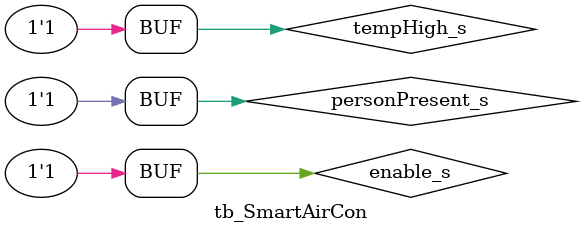
<source format=v>
`timescale 1 ns/100 ps; 
module tb_SmartAirCon ();
	
	reg enable_s, tempHigh_s, personPresent_s;
	wire turnOn_s;

	SmartAirCon DUT_SmartAirCon (enable_s, tempHigh_s, personPresent_s, turnOn_s);
	
	initial 
		begin	
		enable_s = 0; tempHigh_s = 0; personPresent_s = 0;
		#10 enable_s = 0; tempHigh_s = 0; personPresent_s = 1;
		#10 enable_s = 0; tempHigh_s = 1; personPresent_s = 0;
		#10 enable_s = 0; tempHigh_s = 1; personPresent_s = 1;
		#10 enable_s = 1; tempHigh_s = 0; personPresent_s = 0;
		#10 enable_s = 1; tempHigh_s = 0; personPresent_s = 1;
		#10 enable_s = 1; tempHigh_s = 1; personPresent_s = 0;
		#10 enable_s = 1; tempHigh_s = 1; personPresent_s = 1;
		end


endmodule
</source>
